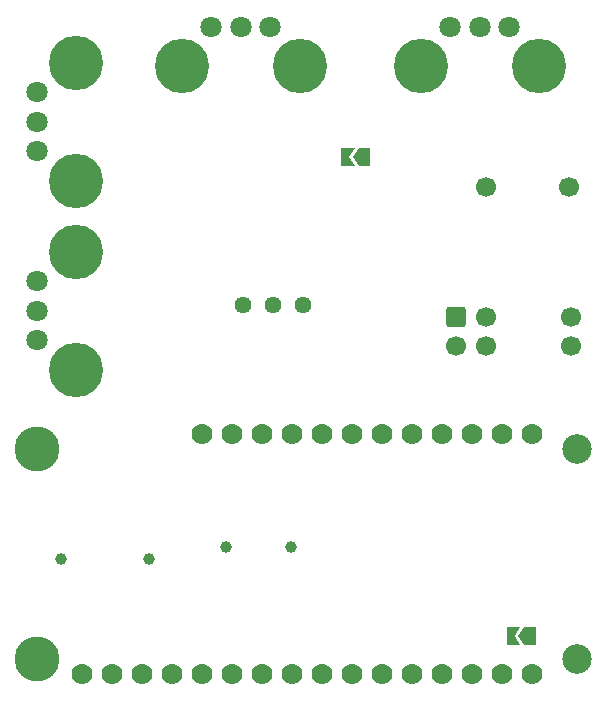
<source format=gbs>
G04 #@! TF.GenerationSoftware,KiCad,Pcbnew,(5.99.0-6951-g72beaf1538)*
G04 #@! TF.CreationDate,2020-12-20T08:42:52+11:00*
G04 #@! TF.ProjectId,Tph_Synth_Featherwing,5470685f-5379-46e7-9468-5f4665617468,rev?*
G04 #@! TF.SameCoordinates,Original*
G04 #@! TF.FileFunction,Soldermask,Bot*
G04 #@! TF.FilePolarity,Negative*
%FSLAX46Y46*%
G04 Gerber Fmt 4.6, Leading zero omitted, Abs format (unit mm)*
G04 Created by KiCad (PCBNEW (5.99.0-6951-g72beaf1538)) date 2020-12-20 08:42:52*
%MOMM*%
%LPD*%
G01*
G04 APERTURE LIST*
G04 Aperture macros list*
%AMRoundRect*
0 Rectangle with rounded corners*
0 $1 Rounding radius*
0 $2 $3 $4 $5 $6 $7 $8 $9 X,Y pos of 4 corners*
0 Add a 4 corners polygon primitive as box body*
4,1,4,$2,$3,$4,$5,$6,$7,$8,$9,$2,$3,0*
0 Add four circle primitives for the rounded corners*
1,1,$1+$1,$2,$3,0*
1,1,$1+$1,$4,$5,0*
1,1,$1+$1,$6,$7,0*
1,1,$1+$1,$8,$9,0*
0 Add four rect primitives between the rounded corners*
20,1,$1+$1,$2,$3,$4,$5,0*
20,1,$1+$1,$4,$5,$6,$7,0*
20,1,$1+$1,$6,$7,$8,$9,0*
20,1,$1+$1,$8,$9,$2,$3,0*%
G04 Aperture macros list end*
%ADD10C,3.810000*%
%ADD11C,2.499360*%
%ADD12C,1.778000*%
%ADD13C,4.600000*%
%ADD14C,1.800000*%
%ADD15C,1.440000*%
%ADD16C,1.700000*%
%ADD17RoundRect,0.250000X-0.600000X-0.600000X0.600000X-0.600000X0.600000X0.600000X-0.600000X0.600000X0*%
%ADD18C,1.000000*%
G04 APERTURE END LIST*
D10*
X89490000Y-116180000D03*
X89490000Y-133960000D03*
D11*
X135210000Y-133960000D03*
X135210000Y-116180000D03*
D12*
X93300000Y-135230000D03*
X95840000Y-135230000D03*
X98380000Y-135230000D03*
X100920000Y-135230000D03*
X103460000Y-135230000D03*
X106000000Y-135230000D03*
X108540000Y-135230000D03*
X111080000Y-135230000D03*
X113620000Y-135230000D03*
X116160000Y-135230000D03*
X118700000Y-135230000D03*
X121240000Y-135230000D03*
X123780000Y-135230000D03*
X126320000Y-135230000D03*
X128860000Y-135230000D03*
X131400000Y-135230000D03*
X131400000Y-114910000D03*
X128860000Y-114910000D03*
X126320000Y-114910000D03*
X123780000Y-114910000D03*
X121240000Y-114910000D03*
X118700000Y-114910000D03*
X116160000Y-114910000D03*
X113620000Y-114910000D03*
X111080000Y-114910000D03*
X108540000Y-114910000D03*
X106000000Y-114910000D03*
X103460000Y-114910000D03*
D13*
X92800000Y-109500000D03*
X92800000Y-99500000D03*
D14*
X89500000Y-102000000D03*
X89500000Y-104500000D03*
X89500000Y-107000000D03*
D13*
X111750000Y-83800000D03*
X101750000Y-83800000D03*
D14*
X109250000Y-80500000D03*
X106750000Y-80500000D03*
X104250000Y-80500000D03*
D13*
X92800000Y-83500000D03*
X92800000Y-93500000D03*
D14*
X89500000Y-86000000D03*
X89500000Y-88500000D03*
X89500000Y-91000000D03*
D13*
X132000000Y-83800000D03*
X122000000Y-83800000D03*
D14*
X129500000Y-80500000D03*
X127000000Y-80500000D03*
X124500000Y-80500000D03*
D15*
X112000000Y-104000000D03*
X109460000Y-104000000D03*
X106920000Y-104000000D03*
D16*
X134680000Y-105000000D03*
X134680000Y-107500000D03*
D17*
X125000000Y-105000000D03*
D16*
X125000000Y-107500000D03*
X127500000Y-105000000D03*
X127500000Y-107500000D03*
X127500000Y-94000000D03*
X134500000Y-94000000D03*
G36*
X116225000Y-91500000D02*
G01*
X116725001Y-90750000D01*
X117725000Y-90750001D01*
X117724999Y-92250000D01*
X116725000Y-92249999D01*
X116225000Y-91500000D01*
G37*
G36*
X115275001Y-90750000D02*
G01*
X116425000Y-90750001D01*
X115925000Y-91500000D01*
X116424999Y-92250000D01*
X115275000Y-92249999D01*
X115275001Y-90750000D01*
G37*
D18*
X99000000Y-125500000D03*
X91500000Y-125500000D03*
X111000000Y-124500000D03*
X105500000Y-124500000D03*
G36*
X130225000Y-132000000D02*
G01*
X130725001Y-131250000D01*
X131725000Y-131250001D01*
X131724999Y-132750000D01*
X130725000Y-132749999D01*
X130225000Y-132000000D01*
G37*
G36*
X129275001Y-131250000D02*
G01*
X130425000Y-131250001D01*
X129925000Y-132000000D01*
X130424999Y-132750000D01*
X129275000Y-132749999D01*
X129275001Y-131250000D01*
G37*
M02*

</source>
